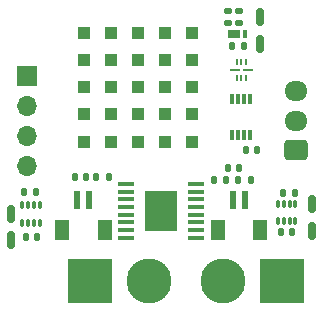
<source format=gbs>
G04 #@! TF.GenerationSoftware,KiCad,Pcbnew,7.0.7*
G04 #@! TF.CreationDate,2024-03-10T21:17:58-05:00*
G04 #@! TF.ProjectId,squirrelbrain,73717569-7272-4656-9c62-7261696e2e6b,1*
G04 #@! TF.SameCoordinates,Original*
G04 #@! TF.FileFunction,Soldermask,Bot*
G04 #@! TF.FilePolarity,Negative*
%FSLAX46Y46*%
G04 Gerber Fmt 4.6, Leading zero omitted, Abs format (unit mm)*
G04 Created by KiCad (PCBNEW 7.0.7) date 2024-03-10 21:17:58*
%MOMM*%
%LPD*%
G01*
G04 APERTURE LIST*
G04 Aperture macros list*
%AMRoundRect*
0 Rectangle with rounded corners*
0 $1 Rounding radius*
0 $2 $3 $4 $5 $6 $7 $8 $9 X,Y pos of 4 corners*
0 Add a 4 corners polygon primitive as box body*
4,1,4,$2,$3,$4,$5,$6,$7,$8,$9,$2,$3,0*
0 Add four circle primitives for the rounded corners*
1,1,$1+$1,$2,$3*
1,1,$1+$1,$4,$5*
1,1,$1+$1,$6,$7*
1,1,$1+$1,$8,$9*
0 Add four rect primitives between the rounded corners*
20,1,$1+$1,$2,$3,$4,$5,0*
20,1,$1+$1,$4,$5,$6,$7,0*
20,1,$1+$1,$6,$7,$8,$9,0*
20,1,$1+$1,$8,$9,$2,$3,0*%
G04 Aperture macros list end*
%ADD10RoundRect,0.135000X0.185000X-0.135000X0.185000X0.135000X-0.185000X0.135000X-0.185000X-0.135000X0*%
%ADD11RoundRect,0.140000X-0.140000X-0.170000X0.140000X-0.170000X0.140000X0.170000X-0.140000X0.170000X0*%
%ADD12R,1.700000X1.700000*%
%ADD13O,1.700000X1.700000*%
%ADD14RoundRect,0.135000X-0.135000X-0.185000X0.135000X-0.185000X0.135000X0.185000X-0.135000X0.185000X0*%
%ADD15R,0.200000X0.604799*%
%ADD16R,0.873098X0.250000*%
%ADD17RoundRect,0.150000X0.150000X0.600000X-0.150000X0.600000X-0.150000X-0.600000X0.150000X-0.600000X0*%
%ADD18RoundRect,0.009000X-0.141000X0.416000X-0.141000X-0.416000X0.141000X-0.416000X0.141000X0.416000X0*%
%ADD19RoundRect,0.135000X0.135000X0.185000X-0.135000X0.185000X-0.135000X-0.185000X0.135000X-0.185000X0*%
%ADD20R,0.600000X1.550000*%
%ADD21R,1.200000X1.800000*%
%ADD22R,3.800000X3.800000*%
%ADD23C,3.800000*%
%ADD24RoundRect,0.050000X-0.100000X0.285000X-0.100000X-0.285000X0.100000X-0.285000X0.100000X0.285000X0*%
%ADD25R,0.385000X0.690000*%
%ADD26R,1.035000X0.690000*%
%ADD27R,1.404099X0.354800*%
%ADD28R,2.768600X3.378200*%
%ADD29R,1.060000X1.060000*%
%ADD30RoundRect,0.250000X0.725000X-0.600000X0.725000X0.600000X-0.725000X0.600000X-0.725000X-0.600000X0*%
%ADD31O,1.950000X1.700000*%
G04 APERTURE END LIST*
D10*
X55650000Y-38210001D03*
X55650000Y-37190001D03*
X56600000Y-38210001D03*
X56600000Y-37190001D03*
D11*
X38520000Y-56400000D03*
X39480000Y-56400000D03*
X55645000Y-50550000D03*
X56605000Y-50550000D03*
D12*
X38650000Y-42700000D03*
D13*
X38650000Y-45240000D03*
X38650000Y-47780000D03*
X38650000Y-50320000D03*
D14*
X60340000Y-52650001D03*
X61360000Y-52650001D03*
D15*
X56375002Y-42866401D03*
D16*
X56238452Y-42195701D03*
D15*
X56375002Y-41525001D03*
X56775001Y-41525001D03*
X57175000Y-41525001D03*
D16*
X57311550Y-42195701D03*
D15*
X57175000Y-42866401D03*
X56775001Y-42866401D03*
D17*
X37300000Y-54400001D03*
X62775000Y-55850001D03*
D18*
X56000000Y-44650000D03*
X56500000Y-44650000D03*
X57000000Y-44650000D03*
X57500000Y-44650000D03*
X57500000Y-47750000D03*
X57000000Y-47750000D03*
X56500000Y-47750000D03*
X56000000Y-47750000D03*
D19*
X55460000Y-51525000D03*
X54440000Y-51525000D03*
D20*
X56100000Y-53225000D03*
X57100000Y-53225000D03*
D21*
X54800000Y-55750000D03*
X58400000Y-55750000D03*
D19*
X39410000Y-52575000D03*
X38390000Y-52575000D03*
D22*
X60250000Y-60100001D03*
D23*
X55250000Y-60100001D03*
D20*
X42900000Y-53225000D03*
X43900000Y-53225000D03*
D21*
X41600000Y-55750000D03*
X45200000Y-55750000D03*
D14*
X56540000Y-51525000D03*
X57560000Y-51525000D03*
D24*
X59860052Y-53560001D03*
X60360052Y-53560001D03*
X60860052Y-53560001D03*
X61360052Y-53560001D03*
X61360052Y-55040001D03*
X60860052Y-55040001D03*
X60360052Y-55040001D03*
X59860052Y-55040001D03*
D11*
X57145000Y-48975000D03*
X58105000Y-48975000D03*
X42665000Y-51300000D03*
X43625000Y-51300000D03*
X60120000Y-55900001D03*
X61080000Y-55900001D03*
D25*
X57124500Y-39175001D03*
D26*
X56132500Y-39175001D03*
D17*
X37300000Y-56650001D03*
D14*
X56015000Y-40200001D03*
X57035000Y-40200001D03*
D27*
X52949948Y-51875001D03*
X52949948Y-52524999D03*
X52949948Y-53175001D03*
X52949948Y-53824999D03*
X52949948Y-54474998D03*
X52949948Y-55124999D03*
X52949948Y-55774998D03*
X52949948Y-56424999D03*
X47050052Y-56424999D03*
X47050052Y-55775001D03*
X47050052Y-55124999D03*
X47050052Y-54475001D03*
X47050052Y-53825002D03*
X47050052Y-53175001D03*
X47050052Y-52525002D03*
X47050052Y-51875001D03*
D28*
X50000000Y-54150000D03*
D24*
X38200000Y-53674999D03*
X38700000Y-53674999D03*
X39200000Y-53674999D03*
X39700000Y-53674999D03*
X39700000Y-55154999D03*
X39200000Y-55154999D03*
X38700000Y-55154999D03*
X38200000Y-55154999D03*
D29*
X43470000Y-48280000D03*
X45760000Y-48280000D03*
X48050000Y-48280000D03*
X50340000Y-48280000D03*
X52630000Y-48280000D03*
X43470000Y-45990000D03*
X45760000Y-45990000D03*
X48050000Y-45990000D03*
X50340000Y-45990000D03*
X52630000Y-45990000D03*
X43470000Y-43700000D03*
X45760000Y-43700000D03*
X48050000Y-43700000D03*
X50340000Y-43700000D03*
X52630000Y-43700000D03*
X43470000Y-41410000D03*
X45760000Y-41410000D03*
X48050000Y-41410000D03*
X50340000Y-41410000D03*
X52630000Y-41410000D03*
X43470000Y-39120000D03*
X45760000Y-39120000D03*
X48050000Y-39120000D03*
X50340000Y-39120000D03*
X52630000Y-39120000D03*
D30*
X61400000Y-49000000D03*
D31*
X61400000Y-46500000D03*
X61400000Y-44000000D03*
D17*
X58350000Y-37700001D03*
X58350000Y-40050001D03*
D22*
X44000000Y-60100001D03*
D23*
X49000000Y-60100001D03*
D17*
X62775000Y-53600001D03*
D14*
X44515000Y-51300000D03*
X45535000Y-51300000D03*
M02*

</source>
